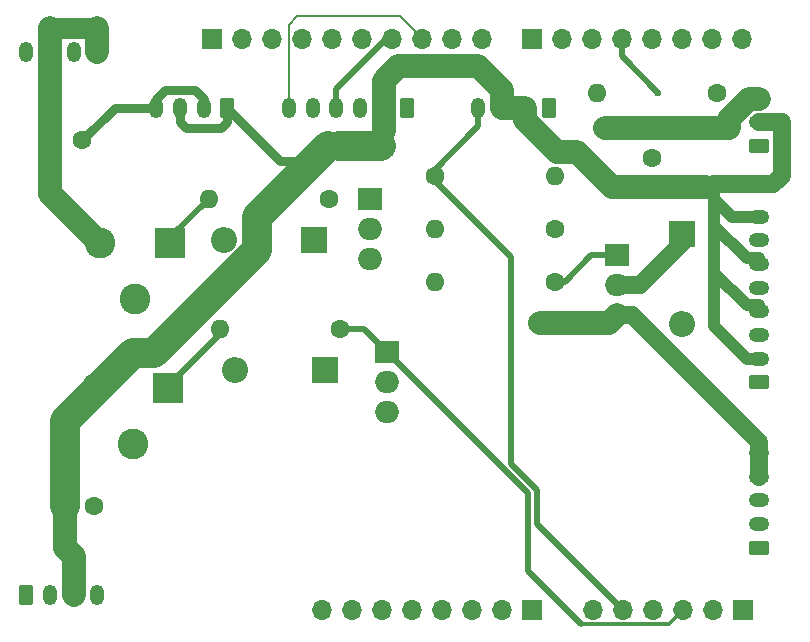
<source format=gbr>
%TF.GenerationSoftware,KiCad,Pcbnew,8.0.4*%
%TF.CreationDate,2024-09-29T14:54:36-07:00*%
%TF.ProjectId,PACE_PCB,50414345-5f50-4434-922e-6b696361645f,rev?*%
%TF.SameCoordinates,Original*%
%TF.FileFunction,Copper,L1,Top*%
%TF.FilePolarity,Positive*%
%FSLAX46Y46*%
G04 Gerber Fmt 4.6, Leading zero omitted, Abs format (unit mm)*
G04 Created by KiCad (PCBNEW 8.0.4) date 2024-09-29 14:54:36*
%MOMM*%
%LPD*%
G01*
G04 APERTURE LIST*
G04 Aperture macros list*
%AMRoundRect*
0 Rectangle with rounded corners*
0 $1 Rounding radius*
0 $2 $3 $4 $5 $6 $7 $8 $9 X,Y pos of 4 corners*
0 Add a 4 corners polygon primitive as box body*
4,1,4,$2,$3,$4,$5,$6,$7,$8,$9,$2,$3,0*
0 Add four circle primitives for the rounded corners*
1,1,$1+$1,$2,$3*
1,1,$1+$1,$4,$5*
1,1,$1+$1,$6,$7*
1,1,$1+$1,$8,$9*
0 Add four rect primitives between the rounded corners*
20,1,$1+$1,$2,$3,$4,$5,0*
20,1,$1+$1,$4,$5,$6,$7,0*
20,1,$1+$1,$6,$7,$8,$9,0*
20,1,$1+$1,$8,$9,$2,$3,0*%
G04 Aperture macros list end*
%TA.AperFunction,ComponentPad*%
%ADD10RoundRect,0.250000X0.350000X0.625000X-0.350000X0.625000X-0.350000X-0.625000X0.350000X-0.625000X0*%
%TD*%
%TA.AperFunction,ComponentPad*%
%ADD11O,1.200000X1.750000*%
%TD*%
%TA.AperFunction,ComponentPad*%
%ADD12R,2.600000X2.600000*%
%TD*%
%TA.AperFunction,ComponentPad*%
%ADD13C,2.600000*%
%TD*%
%TA.AperFunction,ComponentPad*%
%ADD14C,1.600000*%
%TD*%
%TA.AperFunction,ComponentPad*%
%ADD15O,1.600000X1.600000*%
%TD*%
%TA.AperFunction,ComponentPad*%
%ADD16R,2.200000X2.200000*%
%TD*%
%TA.AperFunction,ComponentPad*%
%ADD17O,2.200000X2.200000*%
%TD*%
%TA.AperFunction,ComponentPad*%
%ADD18R,2.000000X1.905000*%
%TD*%
%TA.AperFunction,ComponentPad*%
%ADD19O,2.000000X1.905000*%
%TD*%
%TA.AperFunction,ComponentPad*%
%ADD20RoundRect,0.250000X0.625000X-0.350000X0.625000X0.350000X-0.625000X0.350000X-0.625000X-0.350000X0*%
%TD*%
%TA.AperFunction,ComponentPad*%
%ADD21O,1.750000X1.200000*%
%TD*%
%TA.AperFunction,ComponentPad*%
%ADD22RoundRect,0.250000X-0.350000X-0.625000X0.350000X-0.625000X0.350000X0.625000X-0.350000X0.625000X0*%
%TD*%
%TA.AperFunction,ComponentPad*%
%ADD23R,1.700000X1.700000*%
%TD*%
%TA.AperFunction,ComponentPad*%
%ADD24O,1.700000X1.700000*%
%TD*%
%TA.AperFunction,ViaPad*%
%ADD25C,2.000000*%
%TD*%
%TA.AperFunction,ViaPad*%
%ADD26C,0.600000*%
%TD*%
%TA.AperFunction,Conductor*%
%ADD27C,0.800000*%
%TD*%
%TA.AperFunction,Conductor*%
%ADD28C,2.500000*%
%TD*%
%TA.AperFunction,Conductor*%
%ADD29C,2.000000*%
%TD*%
%TA.AperFunction,Conductor*%
%ADD30C,1.500000*%
%TD*%
%TA.AperFunction,Conductor*%
%ADD31C,0.500000*%
%TD*%
%TA.AperFunction,Conductor*%
%ADD32C,1.000000*%
%TD*%
%TA.AperFunction,Conductor*%
%ADD33C,0.600000*%
%TD*%
%TA.AperFunction,Conductor*%
%ADD34C,0.200000*%
%TD*%
%TA.AperFunction,Conductor*%
%ADD35C,1.800000*%
%TD*%
%TA.AperFunction,Conductor*%
%ADD36C,0.300000*%
%TD*%
G04 APERTURE END LIST*
D10*
%TO.P,J1,1,Pin_1*%
%TO.N,+5V*%
X120000000Y-55250000D03*
D11*
%TO.P,J1,2,Pin_2*%
%TO.N,GND*%
X118000000Y-55250000D03*
%TO.P,J1,3,Pin_3*%
%TO.N,+5V*%
X116000000Y-55250000D03*
%TO.P,J1,4,Pin_4*%
%TO.N,GND*%
X114000000Y-55250000D03*
%TD*%
D12*
%TO.P,12v+1,1*%
%TO.N,GND*%
X115200000Y-66750000D03*
D13*
%TO.P,12v+1,2*%
%TO.N,+12V*%
X109200000Y-66750000D03*
%TO.P,12v+1,3*%
%TO.N,N/C*%
X112200000Y-71450000D03*
%TD*%
D14*
%TO.P,R4,1*%
%TO.N,/PhotoResistor*%
X147745000Y-65500000D03*
D15*
%TO.P,R4,2*%
%TO.N,GND*%
X137585000Y-65500000D03*
%TD*%
D16*
%TO.P,D1,1,K*%
%TO.N,Net-(D1-K)*%
X128310000Y-77500000D03*
D17*
%TO.P,D1,2,A*%
%TO.N,Net-(D1-A)*%
X120690000Y-77500000D03*
%TD*%
D18*
%TO.P,Q1,1,G*%
%TO.N,/Pump 2*%
X133555000Y-75960000D03*
D19*
%TO.P,Q1,2,D*%
%TO.N,Net-(D1-K)*%
X133555000Y-78500000D03*
%TO.P,Q1,3,S*%
%TO.N,GND*%
X133555000Y-81040000D03*
%TD*%
D14*
%TO.P,C1,1*%
%TO.N,+12V*%
X105250000Y-58000000D03*
%TO.P,C1,2*%
%TO.N,GND*%
X107750000Y-58000000D03*
%TD*%
D18*
%TO.P,Q2,1,G*%
%TO.N,/Pump 1*%
X132055000Y-62960000D03*
D19*
%TO.P,Q2,2,D*%
%TO.N,Net-(D2-K)*%
X132055000Y-65500000D03*
%TO.P,Q2,3,S*%
%TO.N,GND*%
X132055000Y-68040000D03*
%TD*%
D14*
%TO.P,R1,1*%
%TO.N,/Pump 2*%
X129580000Y-74000000D03*
D15*
%TO.P,R1,2*%
%TO.N,GND*%
X119420000Y-74000000D03*
%TD*%
D16*
%TO.P,D3,1,K*%
%TO.N,Net-(D3-K)*%
X158500000Y-65940000D03*
D17*
%TO.P,D3,2,A*%
%TO.N,Net-(D3-A)*%
X158500000Y-73560000D03*
%TD*%
D20*
%TO.P,LEDs1,1,Pin_1*%
%TO.N,Net-(LEDs1-Pin_1)*%
X165000000Y-58500000D03*
D21*
%TO.P,LEDs1,2,Pin_2*%
%TO.N,+5V*%
X165000000Y-56500000D03*
%TO.P,LEDs1,3,Pin_3*%
%TO.N,GND*%
X165000000Y-54500000D03*
%TD*%
D12*
%TO.P,5V+1,1*%
%TO.N,GND*%
X115000000Y-79000000D03*
D13*
%TO.P,5V+1,2*%
%TO.N,+5V*%
X109000000Y-79000000D03*
%TO.P,5V+1,3*%
%TO.N,N/C*%
X112000000Y-83700000D03*
%TD*%
D18*
%TO.P,Q3,1,G*%
%TO.N,/Stir Motors 1*%
X153000000Y-67750000D03*
D19*
%TO.P,Q3,2,D*%
%TO.N,Net-(D3-K)*%
X153000000Y-70290000D03*
%TO.P,Q3,3,S*%
%TO.N,GND*%
X153000000Y-72830000D03*
%TD*%
D10*
%TO.P,SD1,1,Pin_1*%
%TO.N,GND*%
X135238000Y-55262000D03*
D11*
%TO.P,SD1,2,Pin_2*%
%TO.N,+5V*%
X133238000Y-55262000D03*
%TO.P,SD1,3,Pin_3*%
%TO.N,/SD MISO*%
X131238000Y-55262000D03*
%TO.P,SD1,4,Pin_4*%
%TO.N,/SD MOSI*%
X129238000Y-55262000D03*
%TO.P,SD1,5,Pin_5*%
%TO.N,/SD SCK *%
X127238000Y-55262000D03*
%TO.P,SD1,6,Pin_6*%
%TO.N,/SD CS*%
X125238000Y-55262000D03*
%TD*%
D20*
%TO.P,RotaryEncoder1,1,Pin_1*%
%TO.N,/Rotoary Encoder ENCB*%
X165000000Y-92500000D03*
D21*
%TO.P,RotaryEncoder1,2,Pin_2*%
%TO.N,/Rotoary Encoder ENCA*%
X165000000Y-90500000D03*
%TO.P,RotaryEncoder1,3,Pin_3*%
%TO.N,/Rotoary Encoder SW*%
X165000000Y-88500000D03*
%TO.P,RotaryEncoder1,4,Pin_4*%
%TO.N,GND*%
X165000000Y-86500000D03*
%TO.P,RotaryEncoder1,5,Pin_5*%
X165000000Y-84500000D03*
%TD*%
D14*
%TO.P,C2,1*%
%TO.N,+5V*%
X106250000Y-89000000D03*
%TO.P,C2,2*%
%TO.N,GND*%
X108750000Y-89000000D03*
%TD*%
%TO.P,R6,1*%
%TO.N,Net-(LEDs1-Pin_1)*%
X161500000Y-54000000D03*
D15*
%TO.P,R6,2*%
%TO.N,/RGB{slash}UV LEDs*%
X151340000Y-54000000D03*
%TD*%
D14*
%TO.P,R3,1*%
%TO.N,/Stir Motors 1*%
X147745000Y-70000000D03*
D15*
%TO.P,R3,2*%
%TO.N,GND*%
X137585000Y-70000000D03*
%TD*%
D20*
%TO.P,StirMotors1,1,Pin_1*%
%TO.N,Net-(D3-A)*%
X165000000Y-78500000D03*
D21*
%TO.P,StirMotors1,2,Pin_2*%
%TO.N,+5V*%
X165000000Y-76500000D03*
%TO.P,StirMotors1,3,Pin_3*%
%TO.N,Net-(D3-A)*%
X165000000Y-74500000D03*
%TO.P,StirMotors1,4,Pin_4*%
%TO.N,+5V*%
X165000000Y-72500000D03*
%TO.P,StirMotors1,5,Pin_5*%
%TO.N,Net-(D3-A)*%
X165000000Y-70500000D03*
%TO.P,StirMotors1,6,Pin_6*%
%TO.N,+5V*%
X165000000Y-68500000D03*
%TO.P,StirMotors1,7,Pin_7*%
%TO.N,Net-(D3-A)*%
X165000000Y-66500000D03*
%TO.P,StirMotors1,8,Pin_8*%
%TO.N,+5V*%
X165000000Y-64500000D03*
%TD*%
D10*
%TO.P,Pumps1,1,Pin_1*%
%TO.N,+12V*%
X109000000Y-50500000D03*
D11*
%TO.P,Pumps1,2,Pin_2*%
%TO.N,Net-(D2-A)*%
X107000000Y-50500000D03*
%TO.P,Pumps1,3,Pin_3*%
%TO.N,+12V*%
X105000000Y-50500000D03*
%TO.P,Pumps1,4,Pin_4*%
%TO.N,Net-(D1-A)*%
X103000000Y-50500000D03*
%TD*%
D10*
%TO.P,OD1,1,Pin_1*%
%TO.N,/PhotoResistor*%
X147238000Y-55262000D03*
D11*
%TO.P,OD1,2,Pin_2*%
%TO.N,+5V*%
X145238000Y-55262000D03*
%TO.P,OD1,3,Pin_3*%
X143238000Y-55262000D03*
%TO.P,OD1,4,Pin_4*%
%TO.N,/PhotoResistor2*%
X141238000Y-55262000D03*
%TD*%
D14*
%TO.P,R5,1*%
%TO.N,/PhotoResistor2*%
X137585000Y-61000000D03*
D15*
%TO.P,R5,2*%
%TO.N,GND*%
X147745000Y-61000000D03*
%TD*%
D22*
%TO.P,LCD1,1,Pin_1*%
%TO.N,/LCD SCL*%
X103000000Y-96500000D03*
D11*
%TO.P,LCD1,2,Pin_2*%
%TO.N,/LCD SDA*%
X105000000Y-96500000D03*
%TO.P,LCD1,3,Pin_3*%
%TO.N,+5V*%
X107000000Y-96500000D03*
%TO.P,LCD1,4,Pin_4*%
%TO.N,GND*%
X109000000Y-96500000D03*
%TD*%
D16*
%TO.P,D2,1,K*%
%TO.N,Net-(D2-K)*%
X127310000Y-66500000D03*
D17*
%TO.P,D2,2,A*%
%TO.N,Net-(D2-A)*%
X119690000Y-66500000D03*
%TD*%
D14*
%TO.P,R2,1*%
%TO.N,/Pump 1*%
X128580000Y-63000000D03*
D15*
%TO.P,R2,2*%
%TO.N,GND*%
X118420000Y-63000000D03*
%TD*%
D14*
%TO.P,C3,1*%
%TO.N,+5V*%
X156000000Y-62000000D03*
%TO.P,C3,2*%
%TO.N,Net-(D3-A)*%
X156000000Y-59500000D03*
%TD*%
D23*
%TO.P,Pins7-1,1,Pin_1*%
%TO.N,unconnected-(Pins7-1-Pin_1-Pad1)*%
X145800000Y-49400000D03*
D24*
%TO.P,Pins7-1,2,Pin_2*%
%TO.N,/RGB{slash}UV LEDs*%
X148340000Y-49400000D03*
%TO.P,Pins7-1,3,Pin_3*%
%TO.N,/Stir Motors 1*%
X150880000Y-49400000D03*
%TO.P,Pins7-1,4,Pin_4*%
%TO.N,/Rotoary Encoder SW*%
X153420000Y-49400000D03*
%TO.P,Pins7-1,5,Pin_5*%
%TO.N,/Rotoary Encoder ENCB*%
X155960000Y-49400000D03*
%TO.P,Pins7-1,6,Pin_6*%
%TO.N,/Rotoary Encoder ENCA*%
X158500000Y-49400000D03*
%TO.P,Pins7-1,7,Pin_7*%
%TO.N,unconnected-(Pins7-1-Pin_7-Pad7)*%
X161040000Y-49400000D03*
%TO.P,Pins7-1,8,Pin_8*%
%TO.N,unconnected-(Pins7-1-Pin_8-Pad8)*%
X163580000Y-49400000D03*
%TD*%
D23*
%TO.P,PinsIOREF-Vin1,1,Pin_1*%
%TO.N,unconnected-(PinsIOREF-Vin1-Pin_1-Pad1)*%
X145800000Y-97800000D03*
D24*
%TO.P,PinsIOREF-Vin1,2,Pin_2*%
%TO.N,unconnected-(PinsIOREF-Vin1-Pin_2-Pad2)*%
X143260000Y-97800000D03*
%TO.P,PinsIOREF-Vin1,3,Pin_3*%
%TO.N,GND*%
X140720000Y-97800000D03*
%TO.P,PinsIOREF-Vin1,4,Pin_4*%
%TO.N,unconnected-(PinsIOREF-Vin1-Pin_4-Pad4)*%
X138180000Y-97800000D03*
%TO.P,PinsIOREF-Vin1,5,Pin_5*%
%TO.N,unconnected-(PinsIOREF-Vin1-Pin_5-Pad5)*%
X135640000Y-97800000D03*
%TO.P,PinsIOREF-Vin1,6,Pin_6*%
%TO.N,unconnected-(PinsIOREF-Vin1-Pin_6-Pad6)*%
X133100000Y-97800000D03*
%TO.P,PinsIOREF-Vin1,7,Pin_7*%
%TO.N,unconnected-(PinsIOREF-Vin1-Pin_7-Pad7)*%
X130560000Y-97800000D03*
%TO.P,PinsIOREF-Vin1,8,Pin_8*%
%TO.N,unconnected-(PinsIOREF-Vin1-Pin_8-Pad8)*%
X128020000Y-97800000D03*
%TD*%
D23*
%TO.P,PinsA0-A1,1,Pin_1*%
%TO.N,/LCD SCL*%
X163680000Y-97800000D03*
D24*
%TO.P,PinsA0-A1,2,Pin_2*%
%TO.N,/LCD SDA*%
X161140000Y-97800000D03*
%TO.P,PinsA0-A1,3,Pin_3*%
%TO.N,/Pump 2*%
X158600000Y-97800000D03*
%TO.P,PinsA0-A1,4,Pin_4*%
%TO.N,unconnected-(PinsA0-A1-Pin_4-Pad4)*%
X156060000Y-97800000D03*
%TO.P,PinsA0-A1,5,Pin_5*%
%TO.N,/PhotoResistor2*%
X153520000Y-97800000D03*
%TO.P,PinsA0-A1,6,Pin_6*%
%TO.N,/PhotoResistor*%
X150980000Y-97800000D03*
%TD*%
D23*
%TO.P,PinsAREF-1,1,Pin_1*%
%TO.N,unconnected-(PinsAREF-1-Pin_1-Pad1)*%
X118752000Y-49400000D03*
D24*
%TO.P,PinsAREF-1,2,Pin_2*%
%TO.N,unconnected-(PinsAREF-1-Pin_2-Pad2)*%
X121292000Y-49400000D03*
%TO.P,PinsAREF-1,3,Pin_3*%
%TO.N,unconnected-(PinsAREF-1-Pin_3-Pad3)*%
X123832000Y-49400000D03*
%TO.P,PinsAREF-1,4,Pin_4*%
%TO.N,unconnected-(PinsAREF-1-Pin_4-Pad4)*%
X126372000Y-49400000D03*
%TO.P,PinsAREF-1,5,Pin_5*%
%TO.N,/SD SCK *%
X128912000Y-49400000D03*
%TO.P,PinsAREF-1,6,Pin_6*%
%TO.N,/SD MISO*%
X131452000Y-49400000D03*
%TO.P,PinsAREF-1,7,Pin_7*%
%TO.N,/SD MOSI*%
X133992000Y-49400000D03*
%TO.P,PinsAREF-1,8,Pin_8*%
%TO.N,/SD CS*%
X136532000Y-49400000D03*
%TO.P,PinsAREF-1,9,Pin_9*%
%TO.N,/Pump 1*%
X139072000Y-49400000D03*
%TO.P,PinsAREF-1,10,Pin_10*%
%TO.N,unconnected-(PinsAREF-1-Pin_10-Pad10)*%
X141612000Y-49400000D03*
%TD*%
D25*
%TO.N,GND*%
X152000000Y-57000000D03*
X146500000Y-73500000D03*
D26*
%TO.N,/Rotoary Encoder SW*%
X156500000Y-54000000D03*
%TD*%
D27*
%TO.N,GND*%
X110500000Y-55250000D02*
X107750000Y-58000000D01*
X114000000Y-55250000D02*
X110500000Y-55250000D01*
X114750000Y-53750000D02*
X114000000Y-54500000D01*
X118000000Y-54500000D02*
X117250000Y-53750000D01*
X114000000Y-54500000D02*
X114000000Y-55250000D01*
X118000000Y-55250000D02*
X118000000Y-54500000D01*
X117250000Y-53750000D02*
X114750000Y-53750000D01*
%TO.N,+5V*%
X120000000Y-56500000D02*
X120000000Y-55250000D01*
X116000000Y-56500000D02*
X116500000Y-57000000D01*
X116000000Y-55250000D02*
X116000000Y-56500000D01*
X116500000Y-57000000D02*
X119500000Y-57000000D01*
X119500000Y-57000000D02*
X120000000Y-56500000D01*
X124500000Y-59750000D02*
X127250000Y-59750000D01*
X120000000Y-55250000D02*
X124500000Y-59750000D01*
D28*
X128500000Y-58500000D02*
X127250000Y-59750000D01*
X127250000Y-59750000D02*
X122500000Y-64500000D01*
D29*
X141238000Y-51762000D02*
X143238000Y-53762000D01*
D30*
X166250000Y-61750000D02*
X161250000Y-61750000D01*
X167000000Y-61000000D02*
X166250000Y-61750000D01*
D31*
X143000000Y-55920000D02*
X143500000Y-55920000D01*
D32*
X161250000Y-65250000D02*
X164000000Y-68000000D01*
D29*
X143238000Y-53762000D02*
X143238000Y-55262000D01*
D28*
X113796245Y-76000000D02*
X112000000Y-76000000D01*
D32*
X161250000Y-64750000D02*
X161250000Y-65750000D01*
D28*
X122500000Y-67296245D02*
X113796245Y-76000000D01*
D30*
X167000000Y-56500000D02*
X167000000Y-61000000D01*
D29*
X145238000Y-55990706D02*
X145238000Y-56294538D01*
X133238000Y-53024000D02*
X134500000Y-51762000D01*
D28*
X106250000Y-81750000D02*
X106250000Y-89000000D01*
D32*
X164000000Y-76500000D02*
X161250000Y-73750000D01*
D29*
X145238000Y-55990706D02*
X145238000Y-55262000D01*
D32*
X161250000Y-63000000D02*
X162750000Y-64500000D01*
D29*
X147943462Y-59000000D02*
X149614353Y-59000000D01*
D28*
X122500000Y-64500000D02*
X122500000Y-67296245D01*
D29*
X133238000Y-57262000D02*
X133238000Y-53024000D01*
X106250000Y-89000000D02*
X106250000Y-92500000D01*
D30*
X165000000Y-56500000D02*
X167000000Y-56500000D01*
D29*
X145238000Y-55262000D02*
X143238000Y-55262000D01*
D32*
X164000000Y-72000000D02*
X165000000Y-72000000D01*
X165000000Y-76500000D02*
X164000000Y-76500000D01*
D33*
X145238000Y-55262000D02*
X145238000Y-54762000D01*
D29*
X106250000Y-92500000D02*
X107000000Y-93250000D01*
X149614353Y-59000000D02*
X152614353Y-62000000D01*
D32*
X164000000Y-68000000D02*
X165000000Y-68000000D01*
D28*
X112000000Y-76000000D02*
X106250000Y-81750000D01*
D29*
X134500000Y-51762000D02*
X141238000Y-51762000D01*
D32*
X161250000Y-61750000D02*
X161250000Y-64750000D01*
D33*
X145238000Y-55262000D02*
X145238000Y-55304588D01*
D32*
X161250000Y-73750000D02*
X161250000Y-69250000D01*
X161250000Y-64750000D02*
X161250000Y-69250000D01*
D29*
X145238000Y-56294538D02*
X147943462Y-59000000D01*
D32*
X162750000Y-64500000D02*
X165000000Y-64500000D01*
D29*
X152614353Y-62000000D02*
X160500000Y-62000000D01*
D28*
X133000000Y-58500000D02*
X129500000Y-58500000D01*
D32*
X161250000Y-69250000D02*
X164000000Y-72000000D01*
D29*
X107000000Y-96500000D02*
X107000000Y-93250000D01*
D30*
%TO.N,GND*%
X153000000Y-72830000D02*
X154250000Y-72830000D01*
D29*
X162500000Y-57000000D02*
X152000000Y-57000000D01*
X152330000Y-73500000D02*
X153000000Y-72830000D01*
D31*
X119420000Y-74000000D02*
X119420000Y-74420000D01*
D29*
X146500000Y-73500000D02*
X152330000Y-73500000D01*
X165000000Y-54500000D02*
X164179416Y-54500000D01*
D31*
X119420000Y-74420000D02*
X115000000Y-78840000D01*
X116200000Y-66220000D02*
X115200000Y-66220000D01*
D30*
X154250000Y-72830000D02*
X165000000Y-83580000D01*
X165000000Y-84500000D02*
X165000000Y-86500000D01*
D29*
X162500000Y-56179416D02*
X162500000Y-57000000D01*
X164179416Y-54500000D02*
X162500000Y-56179416D01*
D34*
X115000000Y-78840000D02*
X115000000Y-79000000D01*
D31*
X118420000Y-63000000D02*
X115200000Y-66220000D01*
D30*
X165000000Y-83580000D02*
X165000000Y-84500000D01*
%TO.N,Net-(D3-K)*%
X158500000Y-65940000D02*
X158500000Y-66750000D01*
X154960000Y-70290000D02*
X153000000Y-70290000D01*
X158500000Y-66750000D02*
X154960000Y-70290000D01*
D35*
%TO.N,+12V*%
X105000000Y-48500000D02*
X109000000Y-48500000D01*
D29*
X105000000Y-50500000D02*
X105000000Y-62550000D01*
X109000000Y-48500000D02*
X109000000Y-50500000D01*
X105000000Y-62550000D02*
X109200000Y-66750000D01*
X105000000Y-50500000D02*
X105000000Y-48500000D01*
D31*
%TO.N,/Rotoary Encoder SW*%
X153420000Y-50920000D02*
X153420000Y-49400000D01*
X156500000Y-54000000D02*
X153420000Y-50920000D01*
D34*
%TO.N,/SD SCK *%
X129000000Y-49020000D02*
X128880000Y-48900000D01*
D31*
%TO.N,/SD MOSI*%
X129238000Y-55262000D02*
X129238000Y-53654000D01*
X129238000Y-53654000D02*
X133992000Y-48900000D01*
D34*
%TO.N,/SD CS*%
X136032000Y-48900000D02*
X134632000Y-47500000D01*
X125222000Y-48223653D02*
X125222000Y-55246000D01*
X125945653Y-47500000D02*
X125222000Y-48223653D01*
X134632000Y-47500000D02*
X125945653Y-47500000D01*
X125222000Y-55246000D02*
X125238000Y-55262000D01*
D31*
%TO.N,/Pump 2*%
X130000000Y-74000000D02*
X131595000Y-74000000D01*
D36*
X149950000Y-98950000D02*
X150000000Y-99000000D01*
X157400000Y-99000000D02*
X158600000Y-97800000D01*
X150000000Y-99000000D02*
X157400000Y-99000000D01*
D31*
X133555000Y-75960000D02*
X145500000Y-87905000D01*
X145500000Y-87905000D02*
X145500000Y-94500000D01*
X145500000Y-94500000D02*
X149950000Y-98950000D01*
X131595000Y-74000000D02*
X133555000Y-75960000D01*
%TO.N,/Stir Motors 1*%
X153000000Y-67750000D02*
X150830000Y-67750000D01*
X150830000Y-67750000D02*
X148580000Y-70000000D01*
%TO.N,/PhotoResistor2*%
X144000000Y-85415050D02*
X144000000Y-67915000D01*
X141238000Y-56847000D02*
X141238000Y-55262000D01*
X137335000Y-60750000D02*
X141238000Y-56847000D01*
X153520000Y-97800000D02*
X146200000Y-90480000D01*
X146200000Y-87615050D02*
X144000000Y-85415050D01*
X146200000Y-90480000D02*
X146200000Y-87615050D01*
X144000000Y-67915000D02*
X137335000Y-61250000D01*
%TD*%
M02*

</source>
